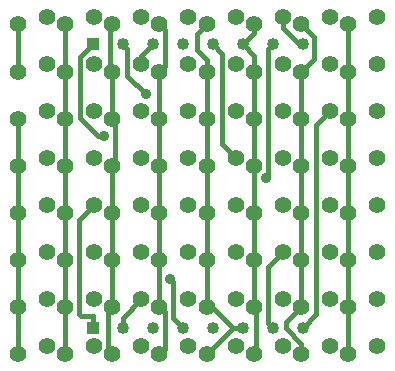
<source format=gbl>
G04 (created by PCBNEW-RS274X (2011-aug-04)-testing) date Mon 11 Feb 2013 10:39:23 AM PST*
G01*
G70*
G90*
%MOIN*%
G04 Gerber Fmt 3.4, Leading zero omitted, Abs format*
%FSLAX34Y34*%
G04 APERTURE LIST*
%ADD10C,0.006000*%
%ADD11C,0.040000*%
%ADD12R,0.040000X0.040000*%
%ADD13C,0.055000*%
%ADD14C,0.035000*%
%ADD15C,0.016000*%
G04 APERTURE END LIST*
G54D10*
G54D11*
X25799Y-21575D03*
X24799Y-21575D03*
X23799Y-21575D03*
G54D12*
X22799Y-21575D03*
G54D11*
X26799Y-21575D03*
X27799Y-21575D03*
X28799Y-21575D03*
X29799Y-21575D03*
X25799Y-31024D03*
X24799Y-31024D03*
X23799Y-31024D03*
G54D12*
X22799Y-31024D03*
G54D11*
X26799Y-31024D03*
X27799Y-31024D03*
X28799Y-31024D03*
X29799Y-31024D03*
G54D13*
X31328Y-28760D03*
X32294Y-28502D03*
X29753Y-28760D03*
X30719Y-28502D03*
X28178Y-28760D03*
X29144Y-28502D03*
X26604Y-28760D03*
X27570Y-28502D03*
X25029Y-28760D03*
X25995Y-28502D03*
X23454Y-28760D03*
X24420Y-28502D03*
X21879Y-28760D03*
X22845Y-28502D03*
X20304Y-28760D03*
X21270Y-28502D03*
X31328Y-27191D03*
X32294Y-26933D03*
X29753Y-27191D03*
X30719Y-26933D03*
X28178Y-27191D03*
X29144Y-26933D03*
X26604Y-27191D03*
X27570Y-26933D03*
X25029Y-27191D03*
X25995Y-26933D03*
X23454Y-27191D03*
X24420Y-26933D03*
X21879Y-27191D03*
X22845Y-26933D03*
X20304Y-30328D03*
X21270Y-30070D03*
X21879Y-30328D03*
X22845Y-30070D03*
X23454Y-30328D03*
X24420Y-30070D03*
X25029Y-30328D03*
X25995Y-30070D03*
X26604Y-30328D03*
X27570Y-30070D03*
X28178Y-30328D03*
X29144Y-30070D03*
X29753Y-30328D03*
X30719Y-30070D03*
X31328Y-30328D03*
X32294Y-30070D03*
X20304Y-31897D03*
X21270Y-31639D03*
X21879Y-31897D03*
X22845Y-31639D03*
X23454Y-31897D03*
X24420Y-31639D03*
X25029Y-31897D03*
X25995Y-31639D03*
X26604Y-31897D03*
X27570Y-31639D03*
X28178Y-31897D03*
X29144Y-31639D03*
X29753Y-31897D03*
X30719Y-31639D03*
X31328Y-31897D03*
X32294Y-31639D03*
X20304Y-20916D03*
X21270Y-20658D03*
X21879Y-20916D03*
X22845Y-20658D03*
X23454Y-20916D03*
X24420Y-20658D03*
X25029Y-20916D03*
X25995Y-20658D03*
X26604Y-20916D03*
X27570Y-20658D03*
X28178Y-20916D03*
X29144Y-20658D03*
X29753Y-20916D03*
X30719Y-20658D03*
X31328Y-20916D03*
X32294Y-20658D03*
X20304Y-22485D03*
X21270Y-22227D03*
X21879Y-22485D03*
X22845Y-22227D03*
X23454Y-22485D03*
X24420Y-22227D03*
X25029Y-22485D03*
X25995Y-22227D03*
X26604Y-22485D03*
X27570Y-22227D03*
X28178Y-22485D03*
X29144Y-22227D03*
X29753Y-22485D03*
X30719Y-22227D03*
X31328Y-22485D03*
X32294Y-22227D03*
X20304Y-27191D03*
X21270Y-26933D03*
X31328Y-25622D03*
X32294Y-25364D03*
X29753Y-25622D03*
X30719Y-25364D03*
X28178Y-25622D03*
X29144Y-25364D03*
X26604Y-25622D03*
X27570Y-25364D03*
X25029Y-25622D03*
X25995Y-25364D03*
X23454Y-25622D03*
X24420Y-25364D03*
X21879Y-25622D03*
X22845Y-25364D03*
X20304Y-25622D03*
X21270Y-25364D03*
X31328Y-24054D03*
X32294Y-23796D03*
X29753Y-24054D03*
X30719Y-23796D03*
X28178Y-24054D03*
X29144Y-23796D03*
X26604Y-24054D03*
X27570Y-23796D03*
X25029Y-24054D03*
X25995Y-23796D03*
X23454Y-24054D03*
X24420Y-23796D03*
X21879Y-24054D03*
X22845Y-23796D03*
X20304Y-24054D03*
X21270Y-23796D03*
G54D14*
X28594Y-26038D03*
X24577Y-23236D03*
X23193Y-24631D03*
X25391Y-29409D03*
G54D15*
X22416Y-30641D02*
X22799Y-30641D01*
X22338Y-30563D02*
X22416Y-30641D01*
X22338Y-27440D02*
X22338Y-30563D01*
X22845Y-26933D02*
X22338Y-27440D01*
X22799Y-31024D02*
X22799Y-30641D01*
X25029Y-24054D02*
X25029Y-22485D01*
X25029Y-24054D02*
X25029Y-25622D01*
X25205Y-30504D02*
X25029Y-30328D01*
X25205Y-31721D02*
X25205Y-30504D01*
X25029Y-31897D02*
X25205Y-31721D01*
X25029Y-25622D02*
X25029Y-27191D01*
X25029Y-27191D02*
X25029Y-28760D01*
X25209Y-22305D02*
X25029Y-22485D01*
X25209Y-21096D02*
X25209Y-22305D01*
X25029Y-20916D02*
X25209Y-21096D01*
X25029Y-28760D02*
X25029Y-30328D01*
X28638Y-21736D02*
X28799Y-21575D01*
X28638Y-25994D02*
X28638Y-21736D01*
X28594Y-26038D02*
X28638Y-25994D01*
X28178Y-25622D02*
X28178Y-24054D01*
X28178Y-24054D02*
X28178Y-22485D01*
X28178Y-21954D02*
X27799Y-21575D01*
X28178Y-22485D02*
X28178Y-21954D01*
X28178Y-21196D02*
X27799Y-21575D01*
X28178Y-20916D02*
X28178Y-21196D01*
X28239Y-30389D02*
X28178Y-30328D01*
X28239Y-31836D02*
X28239Y-30389D01*
X28178Y-31897D02*
X28239Y-31836D01*
X28178Y-28760D02*
X28178Y-30328D01*
X28178Y-25622D02*
X28178Y-27191D01*
X28178Y-27191D02*
X28178Y-28760D01*
X27111Y-21887D02*
X26799Y-21575D01*
X27111Y-24905D02*
X27111Y-21887D01*
X27570Y-25364D02*
X27111Y-24905D01*
X20304Y-25622D02*
X20304Y-24054D01*
X20304Y-22485D02*
X20304Y-20916D01*
X20304Y-31897D02*
X20304Y-30328D01*
X20304Y-25622D02*
X20304Y-27191D01*
X20304Y-27191D02*
X20304Y-28760D01*
X20304Y-28760D02*
X20304Y-30328D01*
X24420Y-21954D02*
X24420Y-22227D01*
X24799Y-21575D02*
X24420Y-21954D01*
X29753Y-24054D02*
X29753Y-25622D01*
X29237Y-30844D02*
X29753Y-30328D01*
X29237Y-31044D02*
X29237Y-30844D01*
X29753Y-31560D02*
X29237Y-31044D01*
X29753Y-31897D02*
X29753Y-31560D01*
X29753Y-30328D02*
X29753Y-28760D01*
X29753Y-25622D02*
X29753Y-27191D01*
X29753Y-27191D02*
X29753Y-28760D01*
X29753Y-24054D02*
X29753Y-22485D01*
X30183Y-21346D02*
X29753Y-20916D01*
X30183Y-22055D02*
X30183Y-21346D01*
X29753Y-22485D02*
X30183Y-22055D01*
X23961Y-22620D02*
X24577Y-23236D01*
X23961Y-21737D02*
X23961Y-22620D01*
X23799Y-21575D02*
X23961Y-21737D01*
X31328Y-24054D02*
X31328Y-22485D01*
X31328Y-22485D02*
X31328Y-20916D01*
X31328Y-24054D02*
X31328Y-25622D01*
X31328Y-31897D02*
X31328Y-30328D01*
X31328Y-30328D02*
X31328Y-28760D01*
X31328Y-25622D02*
X31328Y-27191D01*
X31328Y-27191D02*
X31328Y-28760D01*
X22383Y-21991D02*
X22799Y-21575D01*
X22383Y-24021D02*
X22383Y-21991D01*
X22993Y-24631D02*
X22383Y-24021D01*
X23193Y-24631D02*
X22993Y-24631D01*
X23799Y-30691D02*
X23799Y-31024D01*
X24420Y-30070D02*
X23799Y-30691D01*
X21879Y-24054D02*
X21879Y-22485D01*
X21879Y-22485D02*
X21879Y-20916D01*
X21879Y-24054D02*
X21879Y-25622D01*
X21879Y-31897D02*
X21879Y-30328D01*
X21879Y-30328D02*
X21879Y-28760D01*
X21879Y-25622D02*
X21879Y-27191D01*
X21879Y-27191D02*
X21879Y-28760D01*
X23304Y-30478D02*
X23454Y-30328D01*
X23304Y-31747D02*
X23304Y-30478D01*
X23454Y-31897D02*
X23304Y-31747D01*
X23454Y-25622D02*
X23454Y-27191D01*
X23454Y-27191D02*
X23454Y-28760D01*
X23454Y-30328D02*
X23454Y-28760D01*
X25488Y-30713D02*
X25799Y-31024D01*
X25488Y-29506D02*
X25488Y-30713D01*
X25391Y-29409D02*
X25488Y-29506D01*
X23551Y-24151D02*
X23454Y-24054D01*
X23551Y-25525D02*
X23551Y-24151D01*
X23454Y-25622D02*
X23551Y-25525D01*
X23379Y-22410D02*
X23454Y-22485D01*
X23379Y-20991D02*
X23379Y-22410D01*
X23454Y-20916D02*
X23379Y-20991D01*
X23454Y-22485D02*
X23454Y-24054D01*
X26604Y-22088D02*
X26604Y-22485D01*
X26279Y-21763D02*
X26604Y-22088D01*
X26279Y-21241D02*
X26279Y-21763D01*
X26604Y-20916D02*
X26279Y-21241D01*
X26604Y-25622D02*
X26604Y-27191D01*
X26604Y-27191D02*
X26604Y-28760D01*
X26604Y-22485D02*
X26604Y-24054D01*
X26604Y-24054D02*
X26604Y-25622D01*
X27799Y-31024D02*
X27477Y-31024D01*
X27477Y-31024D02*
X26604Y-31897D01*
X26604Y-28760D02*
X26604Y-30328D01*
X26781Y-30328D02*
X27477Y-31024D01*
X26604Y-30328D02*
X26781Y-30328D01*
X28637Y-30862D02*
X28799Y-31024D01*
X28637Y-29009D02*
X28637Y-30862D01*
X29144Y-28502D02*
X28637Y-29009D01*
X30260Y-30563D02*
X29799Y-31024D01*
X30260Y-24255D02*
X30260Y-30563D01*
X30719Y-23796D02*
X30260Y-24255D01*
X29144Y-21041D02*
X29144Y-20658D01*
X29678Y-21575D02*
X29144Y-21041D01*
X29799Y-21575D02*
X29678Y-21575D01*
M02*

</source>
